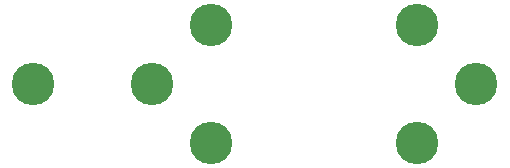
<source format=gbr>
G04 #@! TF.FileFunction,Soldermask,Bot*
%FSLAX46Y46*%
G04 Gerber Fmt 4.6, Leading zero omitted, Abs format (unit mm)*
G04 Created by KiCad (PCBNEW 4.0.7-e2-6376~61~ubuntu18.04.1) date Fri Jul  6 14:55:34 2018*
%MOMM*%
%LPD*%
G01*
G04 APERTURE LIST*
%ADD10C,0.100000*%
%ADD11C,3.600400*%
G04 APERTURE END LIST*
D10*
D11*
X175000000Y-80000000D03*
X190000000Y-75000000D03*
X190000000Y-85000000D03*
X185000000Y-80000000D03*
X212500000Y-80000000D03*
X207500000Y-75000000D03*
X207500000Y-85000000D03*
M02*

</source>
